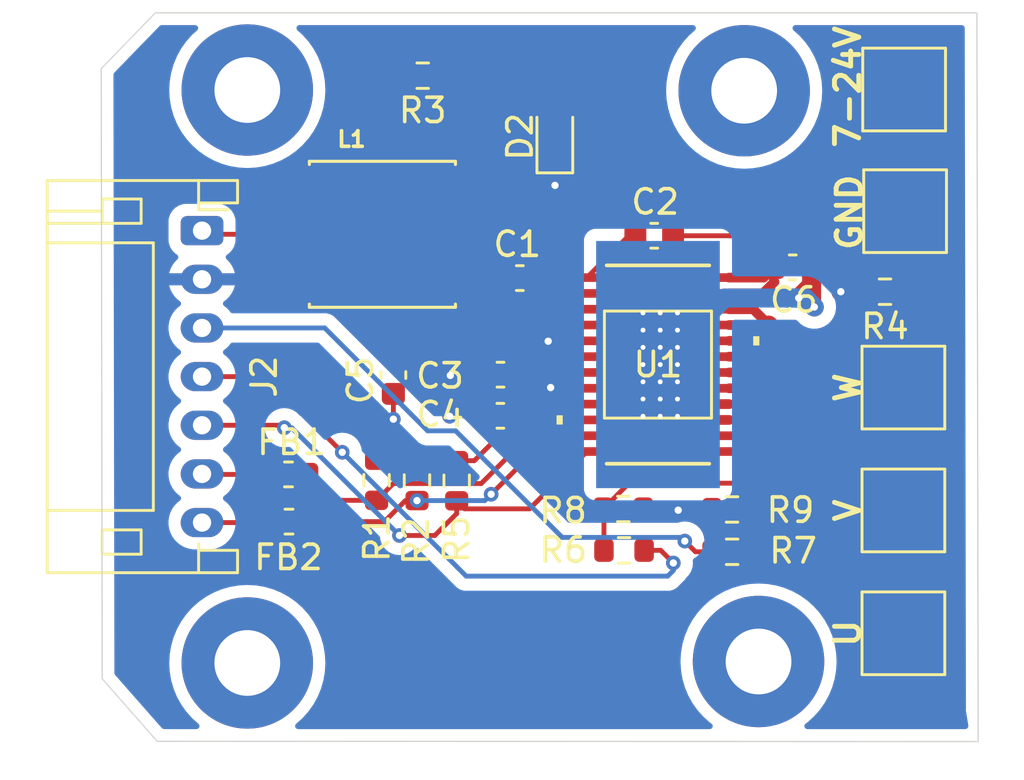
<source format=kicad_pcb>
(kicad_pcb (version 20240108) (generator "pcbnew") (generator_version "8.0")
  (layers (0 "F.Cu" mixed) (31 "B.Cu" mixed) (34 "B.Paste" user) (35 "F.Paste" user) (36 "B.SilkS" user "B.Silkscreen") (37 "F.SilkS" user "F.Silkscreen") (38 "B.Mask" user) (39 "F.Mask" user) (44 "Edge.Cuts" user))
  (net 0 "")
  (net 1 "Net-(U1-CPN)")
  (net 2 "Net-(U1-CPP)")
  (net 3 "Net-(U1-VCP)")
  (net 4 "VDD")
  (net 5 "GND")
  (net 6 "Net-(U1-V1P8)")
  (net 7 "Net-(U1-V3P3)")
  (net 8 "+5V")
  (net 9 "GNDPWR")
  (net 10 "Net-(D2-A)")
  (net 11 "Net-(J2-Pin_7)")
  (net 12 "Net-(U1-SCL)")
  (net 13 "Net-(J2-Pin_6)")
  (net 14 "Net-(U1-SDA)")
  (net 15 "Net-(J2-Pin_4)")
  (net 16 "Net-(J2-Pin_5)")
  (net 17 "Net-(J2-Pin_3)")
  (net 18 "Net-(U1-SW)")
  (net 19 "Net-(U1-SPEED)")
  (net 20 "Net-(U1-DIR)")
  (net 21 "/DRV IC/MOT_W")
  (net 22 "/DRV IC/MOT_V")
  (net 23 "/DRV IC/MOT_U")
  (footprint "Capacitor_SMD:C_0603_1608Metric" (layer "F.Cu") (at 142.685 57.62 180)
    (property "Reference" "C2" (at -0.04 1.39 0) (layer "F.SilkS"))
    (property "Value" "100n" (hide yes))
    (fp_line (start -0.14058 0.51) (end 0.14058 0.51) (stroke (width 0.12)) (layer "F.SilkS"))
    (fp_line (start -0.14058 -0.51) (end 0.14058 -0.51) (stroke (width 0.12)) (layer "F.SilkS"))
    (pad "1" smd roundrect (at -0.775 0 180) (size 0.9 0.95) (layers "F.Cu" "F.Paste" "F.Mask") (net 4 "VDD"))
    (pad "2" smd roundrect (at 0.775 0 180) (size 0.9 0.95) (layers "F.Cu" "F.Paste" "F.Mask") (net 3 "Net-(U1-VCP)"))
  )
  (footprint "MountingHole:MountingHole_2.7mm_Pad" (layer "F.Cu") (at 125.97 51.63)
    (property "Reference" "H3" (hide yes))
    (property "Value" "MountingHole")
    (pad "1" thru_hole circle (at 0 0) (size 5.4 5.4) (drill 2.7) (layers "*.Cu" "*.Mask"))
  )
  (footprint "Capacitor_SMD:C_0603_1608Metric" (layer "F.Cu") (at 148.375 58.92)
    (property "Reference" "C6" (at 0.045 1.34 0) (layer "F.SilkS"))
    (property "Value" "10u" (hide yes))
    (fp_line (start -0.14058 -0.51) (end 0.14058 -0.51) (stroke (width 0.12)) (layer "F.SilkS"))
    (fp_line (start -0.14058 0.51) (end 0.14058 0.51) (stroke (width 0.12)) (layer "F.SilkS"))
    (pad "1" smd roundrect (at -0.775 0) (size 0.9 0.95) (layers "F.Cu" "F.Paste" "F.Mask") (net 4 "VDD"))
    (pad "2" smd roundrect (at 0.775 0) (size 0.9 0.95) (layers "F.Cu" "F.Paste" "F.Mask") (net 9 "GNDPWR"))
  )
  (footprint "Resistor_SMD:R_0603_1608Metric" (layer "F.Cu") (at 141.415 68.85 180)
    (property "Reference" "R8" (at 2.475 -0.07 0) (layer "F.SilkS"))
    (property "Value" "9k1")
    (fp_line (start -0.237258 0.5225) (end 0.237258 0.5225) (stroke (width 0.12)) (layer "F.SilkS"))
    (fp_line (start -0.237258 -0.5225) (end 0.237258 -0.5225) (stroke (width 0.12)) (layer "F.SilkS"))
    (pad "1" smd roundrect (at -0.825 0 180) (size 0.8 0.95) (layers "F.Cu" "F.Paste" "F.Mask") (net 5 "GND"))
    (pad "2" smd roundrect (at 0.825 0 180) (size 0.8 0.95) (layers "F.Cu" "F.Paste" "F.Mask") (net 19 "Net-(U1-SPEED)"))
  )
  (footprint "DRV 10893 - Q1:PWP24_2P4X5P16_TEX" (layer "F.Cu") (at 142.839 62.914937)
    (property "Reference" "U1" (at 0 0 0) (layer "F.SilkS"))
    (property "Value" "DRV10983QPWPRQ1")
    (fp_poly (pts (xy -0.175 -2.58) (xy -0.175 -2.63) (xy -0.475 -2.63) (xy -0.475 -2.58)) (fill solid) (layer "F.Cu"))
    (fp_poly (pts (xy -0.175 2.58) (xy -0.175 2.63) (xy -0.475 2.63) (xy -0.475 2.58)) (fill solid) (layer "F.Cu"))
    (fp_poly (pts (xy 0.175 -2.58) (xy 0.175 -2.63) (xy 0.475 -2.63) (xy 0.475 -2.58)) (fill solid) (layer "F.Cu"))
    (fp_poly (pts (xy 0.175 2.58) (xy 0.175 2.63) (xy 0.475 2.63) (xy 0.475 2.58)) (fill solid) (layer "F.Cu"))
    (fp_line (start -2.107945 4.0767) (end 2.107945 4.0767) (stroke (width 0.1524)) (layer "F.SilkS"))
    (fp_line (start 2.107945 -4.0767) (end -2.107945 -4.0767) (stroke (width 0.1524)) (layer "F.SilkS"))
    (fp_poly (pts (xy -4.1656 2.08454) (xy -4.1656 2.46554) (xy -3.9116 2.46554) (xy -3.9116 2.08454)) (fill solid) (layer "F.SilkS"))
    (fp_poly (pts (xy 4.1656 -1.165517) (xy 4.1656 -0.784517) (xy 3.9116 -0.784517) (xy 3.9116 -1.165517)) (fill solid) (layer "F.SilkS"))
    (pad "1" smd rect (at -2.921 -3.575063) (size 1.4732 0.3556) (layers "F.Cu" "F.Paste" "F.Mask") (net 3 "Net-(U1-VCP)"))
    (pad "2" smd rect (at -2.921 -2.925051) (size 1.4732 0.3556) (layers "F.Cu" "F.Paste" "F.Mask") (net 2 "Net-(U1-CPP)"))
    (pad "3" smd rect (at -2.921 -2.27504) (size 1.4732 0.3556) (layers "F.Cu" "F.Paste" "F.Mask") (net 1 "Net-(U1-CPN)"))
    (pad "4" smd rect (at -2.921 -1.625028) (size 1.4732 0.3556) (layers "F.Cu" "F.Paste" "F.Mask") (net 18 "Net-(U1-SW)"))
    (pad "5" smd rect (at -2.921 -0.975017) (size 1.4732 0.3556) (layers "F.Cu" "F.Paste" "F.Mask") (net 5 "GND"))
    (pad "6" smd rect (at -2.921 -0.325006) (size 1.4732 0.3556) (layers "F.Cu" "F.Paste" "F.Mask") (net 8 "+5V"))
    (pad "7" smd rect (at -2.921 0.325006) (size 1.4732 0.3556) (layers "F.Cu" "F.Paste" "F.Mask") (net 6 "Net-(U1-V1P8)"))
    (pad "8" smd rect (at -2.921 0.975017) (size 1.4732 0.3556) (layers "F.Cu" "F.Paste" "F.Mask") (net 5 "GND"))
    (pad "9" smd rect (at -2.921 1.625028) (size 1.4732 0.3556) (layers "F.Cu" "F.Paste" "F.Mask") (net 7 "Net-(U1-V3P3)"))
    (pad "10" smd rect (at -2.921 2.27504) (size 1.4732 0.3556) (layers "F.Cu" "F.Paste" "F.Mask") (net 12 "Net-(U1-SCL)"))
    (pad "11" smd rect (at -2.921 2.925051) (size 1.4732 0.3556) (layers "F.Cu" "F.Paste" "F.Mask") (net 14 "Net-(U1-SDA)"))
    (pad "12" smd rect (at -2.921 3.575063) (size 1.4732 0.3556) (layers "F.Cu" "F.Paste" "F.Mask") (net 16 "Net-(J2-Pin_5)"))
    (pad "13" smd rect (at 2.921 3.575063) (size 1.4732 0.3556) (layers "F.Cu" "F.Paste" "F.Mask") (net 19 "Net-(U1-SPEED)"))
    (pad "14" smd rect (at 2.921 2.925051) (size 1.4732 0.3556) (layers "F.Cu" "F.Paste" "F.Mask") (net 20 "Net-(U1-DIR)"))
    (pad "15" smd rect (at 2.921 2.27504) (size 1.4732 0.3556) (layers "F.Cu" "F.Paste" "F.Mask") (net 9 "GNDPWR"))
    (pad "16" smd rect (at 2.921 1.625028) (size 1.4732 0.3556) (layers "F.Cu" "F.Paste" "F.Mask") (net 9 "GNDPWR"))
    (pad "17" smd rect (at 2.921 0.975017) (size 1.4732 0.3556) (layers "F.Cu" "F.Paste" "F.Mask") (net 23 "/DRV IC/MOT_U"))
    (pad "18" smd rect (at 2.921 0.325006) (size 1.4732 0.3556) (layers "F.Cu" "F.Paste" "F.Mask") (net 23 "/DRV IC/MOT_U"))
    (pad "19" smd rect (at 2.921 -0.325006) (size 1.4732 0.3556) (layers "F.Cu" "F.Paste" "F.Mask") (net 22 "/DRV IC/MOT_V"))
    (pad "20" smd rect (at 2.921 -0.975017) (size 1.4732 0.3556) (layers "F.Cu" "F.Paste" "F.Mask") (net 22 "/DRV IC/MOT_V"))
    (pad "21" smd rect (at 2.921 -1.625028) (size 1.4732 0.3556) (layers "F.Cu" "F.Paste" "F.Mask") (net 21 "/DRV IC/MOT_W"))
    (pad "22" smd rect (at 2.921 -2.27504) (size 1.4732 0.3556) (layers "F.Cu" "F.Paste" "F.Mask") (net 21 "/DRV IC/MOT_W"))
    (pad "23" smd rect (at 2.921 -2.925051) (size 1.4732 0.3556) (layers "F.Cu" "F.Paste" "F.Mask") (net 4 "VDD"))
    (pad "24" smd rect (at 2.921 -3.575063) (size 1.4732 0.3556) (layers "F.Cu" "F.Paste" "F.Mask") (net 4 "VDD"))
    (pad "25" smd rect (at 0 0) (size 2.4 5.16) (layers "F.Cu" "F.Paste" "F.Mask") (net 9 "GNDPWR"))
  )
  (footprint "Connector_JST:JST_PH_S7B-PH-K_1x07_P2.00mm_Horizontal" (layer "F.Cu") (at 124.11 57.41 -90)
    (property "Reference" "J2" (at 6 -2.55 90) (layer "F.SilkS"))
    (property "Value" "Conn_01x07")
    (fp_line (start -2.06 6.36) (end 14.06 6.36) (stroke (width 0.12)) (layer "F.SilkS"))
    (fp_line (start 0.5 6.36) (end 0.5 2) (stroke (width 0.12)) (layer "F.SilkS"))
    (fp_line (start 14.06 6.36) (end 14.06 -1.46) (stroke (width 0.12)) (layer "F.SilkS"))
    (fp_line (start -1.3 4.1) (end -0.3 4.1) (stroke (width 0.12)) (layer "F.SilkS"))
    (fp_line (start -0.8 4.1) (end -0.8 6.36) (stroke (width 0.12)) (layer "F.SilkS"))
    (fp_line (start -0.3 4.1) (end -0.3 6.36) (stroke (width 0.12)) (layer "F.SilkS"))
    (fp_line (start -0.3 4.1) (end -0.3 2.5) (stroke (width 0.12)) (layer "F.SilkS"))
    (fp_line (start 12.3 4.1) (end 12.3 2.5) (stroke (width 0.12)) (layer "F.SilkS"))
    (fp_line (start 13.3 4.1) (end 12.3 4.1) (stroke (width 0.12)) (layer "F.SilkS"))
    (fp_line (start -1.3 2.5) (end -1.3 4.1) (stroke (width 0.12)) (layer "F.SilkS"))
    (fp_line (start -0.3 2.5) (end -1.3 2.5) (stroke (width 0.12)) (layer "F.SilkS"))
    (fp_line (start 12.3 2.5) (end 13.3 2.5) (stroke (width 0.12)) (layer "F.SilkS"))
    (fp_line (start 13.3 2.5) (end 13.3 4.1) (stroke (width 0.12)) (layer "F.SilkS"))
    (fp_line (start 0.5 2) (end 11.5 2) (stroke (width 0.12)) (layer "F.SilkS"))
    (fp_line (start 11.5 2) (end 11.5 6.36) (stroke (width 0.12)) (layer "F.SilkS"))
    (fp_line (start -2.06 0.14) (end -1.14 0.14) (stroke (width 0.12)) (layer "F.SilkS"))
    (fp_line (start -1.14 0.14) (end -1.14 -1.46) (stroke (width 0.12)) (layer "F.SilkS"))
    (fp_line (start -0.86 0.14) (end -1.14 0.14) (stroke (width 0.12)) (layer "F.SilkS"))
    (fp_line (start -0.86 0.14) (end -0.86 -1.075) (stroke (width 0.12)) (layer "F.SilkS"))
    (fp_line (start 13.14 0.14) (end 12.86 0.14) (stroke (width 0.12)) (layer "F.SilkS"))
    (fp_line (start 14.06 0.14) (end 13.14 0.14) (stroke (width 0.12)) (layer "F.SilkS"))
    (fp_line (start -2.06 -1.46) (end -2.06 6.36) (stroke (width 0.12)) (layer "F.SilkS"))
    (fp_line (start -1.14 -1.46) (end -2.06 -1.46) (stroke (width 0.12)) (layer "F.SilkS"))
    (fp_line (start 13.14 -1.46) (end 13.14 0.14) (stroke (width 0.12)) (layer "F.SilkS"))
    (fp_line (start 14.06 -1.46) (end 13.14 -1.46) (stroke (width 0.12)) (layer "F.SilkS"))
    (pad "1" thru_hole roundrect (at 0 0 270) (size 1.2 1.75) (drill 0.75) (layers "*.Cu" "*.Mask") (roundrect_rratio 0.208333) (net 8 "+5V"))
    (pad "2" thru_hole oval (at 2 0 270) (size 1.2 1.75) (drill 0.75) (layers "*.Cu" "*.Mask") (net 5 "GND"))
    (pad "3" thru_hole oval (at 4 0 270) (size 1.2 1.75) (drill 0.75) (layers "*.Cu" "*.Mask") (net 17 "Net-(J2-Pin_3)"))
    (pad "4" thru_hole oval (at 6 0 270) (size 1.2 1.75) (drill 0.75) (layers "*.Cu" "*.Mask") (net 15 "Net-(J2-Pin_4)"))
    (pad "5" thru_hole oval (at 8 0 270) (size 1.2 1.75) (drill 0.75) (layers "*.Cu" "*.Mask") (net 16 "Net-(J2-Pin_5)"))
    (pad "6" thru_hole oval (at 10 0 270) (size 1.2 1.75) (drill 0.75) (layers "*.Cu" "*.Mask") (net 13 "Net-(J2-Pin_6)"))
    (pad "7" thru_hole oval (at 12 0 270) (size 1.2 1.75) (drill 0.75) (layers "*.Cu" "*.Mask") (net 11 "Net-(J2-Pin_7)"))
  )
  (footprint "Resistor_SMD:R_0603_1608Metric" (layer "F.Cu") (at 141.445 70.55 180)
    (property "Reference" "R6" (at 2.495 0.01 0) (layer "F.SilkS"))
    (property "Value" "4k7" (hide yes))
    (fp_line (start -0.237258 0.5225) (end 0.237258 0.5225) (stroke (width 0.12)) (layer "F.SilkS"))
    (fp_line (start -0.237258 -0.5225) (end 0.237258 -0.5225) (stroke (width 0.12)) (layer "F.SilkS"))
    (pad "1" smd roundrect (at -0.825 0 180) (size 0.8 0.95) (layers "F.Cu" "F.Paste" "F.Mask") (net 15 "Net-(J2-Pin_4)"))
    (pad "2" smd roundrect (at 0.825 0 180) (size 0.8 0.95) (layers "F.Cu" "F.Paste" "F.Mask") (net 19 "Net-(U1-SPEED)"))
  )
  (footprint "TestPoint:TestPoint_Pad_3.0x3.0mm" (layer "F.Cu") (at 152.92 63.86 90)
    (property "Reference" "TP1" (hide yes))
    (property "Value" "TestPoint")
    (fp_line (start 1.7 -1.7) (end 1.7 1.7) (stroke (width 0.12)) (layer "F.SilkS"))
    (fp_line (start -1.7 -1.7) (end 1.7 -1.7) (stroke (width 0.12)) (layer "F.SilkS"))
    (fp_line (start 1.7 1.7) (end -1.7 1.7) (stroke (width 0.12)) (layer "F.SilkS"))
    (fp_line (start -1.7 1.7) (end -1.7 -1.7) (stroke (width 0.12)) (layer "F.SilkS"))
    (pad "1" smd rect (at 0 0 90) (size 3 3) (layers "F.Cu" "F.Mask") (net 21 "/DRV IC/MOT_W"))
  )
  (footprint "Resistor_SMD:R_0603_1608Metric" (layer "F.Cu") (at 133.175 51.04 180)
    (property "Reference" "R3" (at 0 -1.43 0) (layer "F.SilkS"))
    (property "Value" "150")
    (fp_line (start -0.237258 0.5225) (end 0.237258 0.5225) (stroke (width 0.12)) (layer "F.SilkS"))
    (fp_line (start -0.237258 -0.5225) (end 0.237258 -0.5225) (stroke (width 0.12)) (layer "F.SilkS"))
    (pad "1" smd roundrect (at -0.825 0 180) (size 0.8 0.95) (layers "F.Cu" "F.Paste" "F.Mask") (net 10 "Net-(D2-A)"))
    (pad "2" smd roundrect (at 0.825 0 180) (size 0.8 0.95) (layers "F.Cu" "F.Paste" "F.Mask") (net 8 "+5V"))
  )
  (footprint "Resistor_SMD:R_0603_1608Metric" (layer "F.Cu") (at 145.885 70.61)
    (property "Reference" "R7" (at 2.505 -0.04 0) (layer "F.SilkS"))
    (property "Value" "4k7")
    (fp_line (start -0.237258 -0.5225) (end 0.237258 -0.5225) (stroke (width 0.12)) (layer "F.SilkS"))
    (fp_line (start -0.237258 0.5225) (end 0.237258 0.5225) (stroke (width 0.12)) (layer "F.SilkS"))
    (pad "1" smd roundrect (at -0.825 0) (size 0.8 0.95) (layers "F.Cu" "F.Paste" "F.Mask") (net 17 "Net-(J2-Pin_3)"))
    (pad "2" smd roundrect (at 0.825 0) (size 0.8 0.95) (layers "F.Cu" "F.Paste" "F.Mask") (net 20 "Net-(U1-DIR)"))
  )
  (footprint "Resistor_SMD:R_0603_1608Metric" (layer "F.Cu") (at 145.88 68.87)
    (property "Reference" "R9" (at 2.4 0.03 0) (layer "F.SilkS"))
    (property "Value" "9k1")
    (fp_line (start -0.237258 -0.5225) (end 0.237258 -0.5225) (stroke (width 0.12)) (layer "F.SilkS"))
    (fp_line (start -0.237258 0.5225) (end 0.237258 0.5225) (stroke (width 0.12)) (layer "F.SilkS"))
    (pad "1" smd roundrect (at -0.825 0) (size 0.8 0.95) (layers "F.Cu" "F.Paste" "F.Mask") (net 5 "GND"))
    (pad "2" smd roundrect (at 0.825 0) (size 0.8 0.95) (layers "F.Cu" "F.Paste" "F.Mask") (net 20 "Net-(U1-DIR)"))
  )
  (footprint "Inductor_SMD:L_0603_1608Metric" (layer "F.Cu") (at 127.6625 67.43)
    (property "Reference" "FB1" (at 0.12 -1.32 0) (layer "F.SilkS"))
    (property "Value" "0.8 - 2k2" (hide yes))
    (fp_line (start -0.162779 -0.51) (end 0.162779 -0.51) (stroke (width 0.12)) (layer "F.SilkS"))
    (fp_line (start -0.162779 0.51) (end 0.162779 0.51) (stroke (width 0.12)) (layer "F.SilkS"))
    (pad "1" smd roundrect (at -0.7875 0) (size 0.875 0.95) (layers "F.Cu" "F.Paste" "F.Mask") (net 13 "Net-(J2-Pin_6)"))
    (pad "2" smd roundrect (at 0.7875 0) (size 0.875 0.95) (layers "F.Cu" "F.Paste" "F.Mask") (net 12 "Net-(U1-SCL)"))
  )
  (footprint "Capacitor_SMD:C_0603_1608Metric" (layer "F.Cu") (at 131.97 63.345 90)
    (property "Reference" "C5" (at -0.22 -1.355 90) (layer "F.SilkS"))
    (property "Value" "100n")
    (fp_line (start -0.14058 -0.51) (end 0.14058 -0.51) (stroke (width 0.12)) (layer "F.SilkS"))
    (fp_line (start -0.14058 0.51) (end 0.14058 0.51) (stroke (width 0.12)) (layer "F.SilkS"))
    (pad "1" smd roundrect (at -0.775 0 90) (size 0.9 0.95) (layers "F.Cu" "F.Paste" "F.Mask") (net 5 "GND"))
    (pad "2" smd roundrect (at 0.775 0 90) (size 0.9 0.95) (layers "F.Cu" "F.Paste" "F.Mask") (net 8 "+5V"))
  )
  (footprint "Resistor_SMD:R_0603_1608Metric" (layer "F.Cu") (at 134.57 67.69 -90)
    (property "Reference" "R5" (at 2.41 0 90) (layer "F.SilkS"))
    (property "Value" "4.75k")
    (fp_line (start -0.237258 0.5225) (end 0.237258 0.5225) (stroke (width 0.12)) (layer "F.SilkS"))
    (fp_line (start -0.237258 -0.5225) (end 0.237258 -0.5225) (stroke (width 0.12)) (layer "F.SilkS"))
    (pad "1" smd roundrect (at -0.825 0 270) (size 0.8 0.95) (layers "F.Cu" "F.Paste" "F.Mask") (net 7 "Net-(U1-V3P3)"))
    (pad "2" smd roundrect (at 0.825 0 270) (size 0.8 0.95) (layers "F.Cu" "F.Paste" "F.Mask") (net 16 "Net-(J2-Pin_5)"))
  )
  (footprint "Resistor_SMD:R_0603_1608Metric" (layer "F.Cu") (at 132.94 67.68 -90)
    (property "Reference" "R2" (at 2.49 0.035 90) (layer "F.SilkS"))
    (property "Value" "4.75k")
    (fp_line (start -0.237258 0.5225) (end 0.237258 0.5225) (stroke (width 0.12)) (layer "F.SilkS"))
    (fp_line (start -0.237258 -0.5225) (end 0.237258 -0.5225) (stroke (width 0.12)) (layer "F.SilkS"))
    (pad "1" smd roundrect (at -0.825 0 270) (size 0.8 0.95) (layers "F.Cu" "F.Paste" "F.Mask") (net 7 "Net-(U1-V3P3)"))
    (pad "2" smd roundrect (at 0.825 0 270) (size 0.8 0.95) (layers "F.Cu" "F.Paste" "F.Mask") (net 14 "Net-(U1-SDA)"))
  )
  (footprint "Capacitor_SMD:C_0603_1608Metric" (layer "F.Cu") (at 137.165 59.36 180)
    (property "Reference" "C1" (at 0.105 1.39 0) (layer "F.SilkS"))
    (property "Value" "10n")
    (fp_line (start -0.14058 0.51) (end 0.14058 0.51) (stroke (width 0.12)) (layer "F.SilkS"))
    (fp_line (start -0.14058 -0.51) (end 0.14058 -0.51) (stroke (width 0.12)) (layer "F.SilkS"))
    (pad "1" smd roundrect (at -0.775 0 180) (size 0.9 0.95) (layers "F.Cu" "F.Paste" "F.Mask") (net 2 "Net-(U1-CPP)"))
    (pad "2" smd roundrect (at 0.775 0 180) (size 0.9 0.95) (layers "F.Cu" "F.Paste" "F.Mask") (net 1 "Net-(U1-CPN)"))
  )
  (footprint "Capacitor_SMD:C_0603_1608Metric" (layer "F.Cu") (at 136.37 63.33)
    (property "Reference" "C3" (at -2.485 0.05 0) (layer "F.SilkS"))
    (property "Value" "1u")
    (fp_line (start -0.14058 -0.51) (end 0.14058 -0.51) (stroke (width 0.12)) (layer "F.SilkS"))
    (fp_line (start -0.14058 0.51) (end 0.14058 0.51) (stroke (width 0.12)) (layer "F.SilkS"))
    (pad "1" smd roundrect (at -0.775 0) (size 0.9 0.95) (layers "F.Cu" "F.Paste" "F.Mask") (net 5 "GND"))
    (pad "2" smd roundrect (at 0.775 0) (size 0.9 0.95) (layers "F.Cu" "F.Paste" "F.Mask") (net 6 "Net-(U1-V1P8)"))
  )
  (footprint "Resistor_SMD:R_0603_1608Metric" (layer "F.Cu") (at 152.165 59.92 180)
    (property "Reference" "R4" (at 0 -1.43 0) (layer "F.SilkS"))
    (property "Value" "0" (hide yes))
    (fp_line (start -0.237258 0.5225) (end 0.237258 0.5225) (stroke (width 0.12)) (layer "F.SilkS"))
    (fp_line (start -0.237258 -0.5225) (end 0.237258 -0.5225) (stroke (width 0.12)) (layer "F.SilkS"))
    (pad "1" smd roundrect (at -0.825 0 180) (size 0.8 0.95) (layers "F.Cu" "F.Paste" "F.Mask") (net 9 "GNDPWR"))
    (pad "2" smd roundrect (at 0.825 0 180) (size 0.8 0.95) (layers "F.Cu" "F.Paste" "F.Mask") (net 5 "GND"))
  )
  (footprint "TestPoint:TestPoint_Pad_4.0x4.0mm" (layer "F.Cu") (at 142.839 62.914937)
    (property "Reference" "HS1" (hide yes))
    (property "Value" "Heatsink_Pad")
    (fp_line (start -2.2 -2.2) (end 2.2 -2.2) (stroke (width 0.12)) (layer "F.SilkS"))
    (fp_line (start -2.2 2.2) (end -2.2 -2.2) (stroke (width 0.12)) (layer "F.SilkS"))
    (fp_line (start 2.2 -2.2) (end 2.2 2.2) (stroke (width 0.12)) (layer "F.SilkS"))
    (fp_line (start 2.2 2.2) (end -2.2 2.2) (stroke (width 0.12)) (layer "F.SilkS"))
    (pad "1" smd rect (at 0 0) (size 5.08 10.16) (layers "B.Cu" "B.Mask") (net 9 "GNDPWR"))
  )
  (footprint "TestPoint:TestPoint_Pad_3.0x3.0mm" (layer "F.Cu") (at 152.99 56.61 90)
    (property "Reference" "TP5" (hide yes))
    (property "Value" "GND")
    (fp_line (start 1.7 -1.7) (end 1.7 1.7) (stroke (width 0.12)) (layer "F.SilkS"))
    (fp_line (start -1.7 -1.7) (end 1.7 -1.7) (stroke (width 0.12)) (layer "F.SilkS"))
    (fp_line (start 1.7 1.7) (end -1.7 1.7) (stroke (width 0.12)) (layer "F.SilkS"))
    (fp_line (start -1.7 1.7) (end -1.7 -1.7) (stroke (width 0.12)) (layer "F.SilkS"))
    (pad "1" smd rect (at 0 0 90) (size 3 3) (layers "F.Cu" "F.Mask") (net 9 "GNDPWR"))
  )
  (footprint "TestPoint:TestPoint_Pad_3.0x3.0mm" (layer "F.Cu") (at 152.95 51.61 90)
    (property "Reference" "TP4" (hide yes))
    (property "Value" "V+")
    (fp_line (start 1.7 -1.7) (end 1.7 1.7) (stroke (width 0.12)) (layer "F.SilkS"))
    (fp_line (start -1.7 -1.7) (end 1.7 -1.7) (stroke (width 0.12)) (layer "F.SilkS"))
    (fp_line (start 1.7 1.7) (end -1.7 1.7) (stroke (width 0.12)) (layer "F.SilkS"))
    (fp_line (start -1.7 1.7) (end -1.7 -1.7) (stroke (width 0.12)) (layer "F.SilkS"))
    (pad "1" smd rect (at 0 0 90) (size 3 3) (layers "F.Cu" "F.Mask") (net 4 "VDD"))
  )
  (footprint "VLS6045EX-470M:IND_VLS6045EX-470M" (layer "F.Cu") (at 131.52 57.56)
    (property "Reference" "L1" (at -1.268 -3.9064 0) (layer "F.SilkS") (effects (font (size 0.64 0.64))))
    (property "Value" "47u")
    (fp_line (start -3 -3) (end -3 -2.87) (stroke (width 0.127)) (layer "F.SilkS"))
    (fp_line (start -3 -3) (end 3 -3) (stroke (width 0.127)) (layer "F.SilkS"))
    (fp_line (start -3 3) (end -3 2.87) (stroke (width 0.127)) (layer "F.SilkS"))
    (fp_line (start -3 3) (end 3 3) (stroke (width 0.127)) (layer "F.SilkS"))
    (fp_line (start 3 -3) (end 3 -2.87) (stroke (width 0.127)) (layer "F.SilkS"))
    (fp_line (start 3 3) (end 3 2.87) (stroke (width 0.127)) (layer "F.SilkS"))
    (pad "1" smd rect (at -2.1 0) (size 1.9 5.1) (layers "F.Cu" "F.Paste" "F.Mask") (net 8 "+5V"))
    (pad "2" smd rect (at 2.1 0) (size 1.9 5.1) (layers "F.Cu" "F.Paste" "F.Mask") (net 18 "Net-(U1-SW)"))
  )
  (footprint "MountingHole:MountingHole_2.7mm_Pad" (layer "F.Cu") (at 146.97 75.12)
    (property "Reference" "H1" (hide yes))
    (property "Value" "MountingHole")
    (pad "1" thru_hole circle (at 0 0) (size 5.4 5.4) (drill 2.7) (layers "*.Cu" "*.Mask"))
  )
  (footprint "MountingHole:MountingHole_2.7mm_Pad" (layer "F.Cu") (at 125.97 75.18)
    (property "Reference" "H4" (hide yes))
    (property "Value" "MountingHole")
    (pad "1" thru_hole circle (at 0 0) (size 5.4 5.4) (drill 2.7) (layers "*.Cu" "*.Mask"))
  )
  (footprint "MountingHole:MountingHole_2.7mm_Pad" (layer "F.Cu") (at 146.38 51.66)
    (property "Reference" "H2" (hide yes))
    (property "Value" "MountingHole")
    (pad "1" thru_hole circle (at 0 0) (size 5.4 5.4) (drill 2.7) (layers "*.Cu" "*.Mask"))
  )
  (footprint "TestPoint:TestPoint_Pad_3.0x3.0mm" (layer "F.Cu") (at 152.92 68.91 90)
    (property "Reference" "TP2" (hide yes))
    (property "Value" "TestPoint")
    (fp_line (start 1.7 -1.7) (end 1.7 1.7) (stroke (width 0.12)) (layer "F.SilkS"))
    (fp_line (start -1.7 -1.7) (end 1.7 -1.7) (stroke (width 0.12)) (layer "F.SilkS"))
    (fp_line (start 1.7 1.7) (end -1.7 1.7) (stroke (width 0.12)) (layer "F.SilkS"))
    (fp_line (start -1.7 1.7) (end -1.7 -1.7) (stroke (width 0.12)) (layer "F.SilkS"))
    (pad "1" smd rect (at 0 0 90) (size 3 3) (layers "F.Cu" "F.Mask") (net 22 "/DRV IC/MOT_V"))
  )
  (footprint "Resistor_SMD:R_0603_1608Metric" (layer "F.Cu") (at 131.28 67.67 -90)
    (property "Reference" "R1" (at 2.38 -0.015 90) (layer "F.SilkS"))
    (property "Value" "4.75k")
    (fp_line (start -0.237258 0.5225) (end 0.237258 0.5225) (stroke (width 0.12)) (layer "F.SilkS"))
    (fp_line (start -0.237258 -0.5225) (end 0.237258 -0.5225) (stroke (width 0.12)) (layer "F.SilkS"))
    (pad "1" smd roundrect (at -0.825 0 270) (size 0.8 0.95) (layers "F.Cu" "F.Paste" "F.Mask") (net 7 "Net-(U1-V3P3)"))
    (pad "2" smd roundrect (at 0.825 0 270) (size 0.8 0.95) (layers "F.Cu" "F.Paste" "F.Mask") (net 12 "Net-(U1-SCL)"))
  )
  (footprint "LED_SMD:LED_0603_1608Metric" (layer "F.Cu") (at 138.6025 53.55 90)
    (property "Reference" "D2" (at 0 -1.43 90) (layer "F.SilkS"))
    (property "Value" "LED")
    (fp_line (start 0.8 -0.735) (end -1.485 -0.735) (stroke (width 0.12)) (layer "F.SilkS"))
    (fp_line (start -1.485 -0.735) (end -1.485 0.735) (stroke (width 0.12)) (layer "F.SilkS"))
    (fp_line (start -1.485 0.735) (end 0.8 0.735) (stroke (width 0.12)) (layer "F.SilkS"))
    (pad "1" smd roundrect (at -0.7875 0 90) (size 0.875 0.95) (layers "F.Cu" "F.Paste" "F.Mask") (net 5 "GND"))
    (pad "2" smd roundrect (at 0.7875 0 90) (size 0.875 0.95) (layers "F.Cu" "F.Paste" "F.Mask") (net 10 "Net-(D2-A)"))
  )
  (footprint "Capacitor_SMD:C_0603_1608Metric" (layer "F.Cu") (at 136.365 65.02)
    (property "Reference" "C4" (at -2.47 -0.05 0) (layer "F.SilkS"))
    (property "Value" "1u")
    (fp_line (start -0.14058 -0.51) (end 0.14058 -0.51) (stroke (width 0.12)) (layer "F.SilkS"))
    (fp_line (start -0.14058 0.51) (end 0.14058 0.51) (stroke (width 0.12)) (layer "F.SilkS"))
    (pad "1" smd roundrect (at -0.775 0) (size 0.9 0.95) (layers "F.Cu" "F.Paste" "F.Mask") (net 5 "GND"))
    (pad "2" smd roundrect (at 0.775 0) (size 0.9 0.95) (layers "F.Cu" "F.Paste" "F.Mask") (net 7 "Net-(U1-V3P3)"))
  )
  (footprint "Inductor_SMD:L_0603_1608Metric" (layer "F.Cu") (at 127.6825 69.37)
    (property "Reference" "FB2" (at -0.0225 1.47 0) (layer "F.SilkS"))
    (property "Value" "0.8 - 2k2")
    (fp_line (start -0.162779 -0.51) (end 0.162779 -0.51) (stroke (width 0.12)) (layer "F.SilkS"))
    (fp_line (start -0.162779 0.51) (end 0.162779 0.51) (stroke (width 0.12)) (layer "F.SilkS"))
    (pad "1" smd roundrect (at -0.7875 0) (size 0.875 0.95) (layers "F.Cu" "F.Paste" "F.Mask") (net 11 "Net-(J2-Pin_7)"))
    (pad "2" smd roundrect (at 0.7875 0) (size 0.875 0.95) (layers "F.Cu" "F.Paste" "F.Mask") (net 14 "Net-(U1-SDA)"))
  )
  (footprint "TestPoint:TestPoint_Pad_3.0x3.0mm" (layer "F.Cu") (at 152.92 73.96 90)
    (property "Reference" "TP3" (hide yes))
    (property "Value" "TestPoint")
    (fp_line (start 1.7 -1.7) (end 1.7 1.7) (stroke (width 0.12)) (layer "F.SilkS"))
    (fp_line (start -1.7 -1.7) (end 1.7 -1.7) (stroke (width 0.12)) (layer "F.SilkS"))
    (fp_line (start 1.7 1.7) (end -1.7 1.7) (stroke (width 0.12)) (layer "F.SilkS"))
    (fp_line (start -1.7 1.7) (end -1.7 -1.7) (stroke (width 0.12)) (layer "F.SilkS"))
    (pad "1" smd rect (at 0 0 90) (size 3 3) (layers "F.Cu" "F.Mask") (net 23 "/DRV IC/MOT_U"))
  )
  (gr_poly (pts (xy 155.99 77.01) (xy 155.94 48.46) (xy 122.19 48.46) (xy 119.97 50.75) (xy 120.01 75.83) (xy 122.27 78.4) (xy 155.99 78.41) (xy 155.99 77.1)) (stroke (width 0.05)) (fill none) (layer "Edge.Cuts"))
  (gr_text "U" (at 151.22 73.96 90) (layer "F.SilkS") (effects (font (size 1 1) (thickness 0.2) (bold yes)) (justify bottom)))
  (gr_text "GND" (at 151.29 58.31 90) (layer "F.SilkS") (effects (font (size 1 1) (thickness 0.2) (bold yes)) (justify left bottom)))
  (gr_text "V" (at 151.22 68.91 90) (layer "F.SilkS") (effects (font (size 1 1) (thickness 0.2) (bold yes)) (justify bottom)))
  (gr_text "W" (at 151.22 63.86 90) (layer "F.SilkS") (effects (font (size 1 1) (thickness 0.2) (bold yes)) (justify bottom)))
  (gr_text "7-24V" (at 151.22 54.11 90) (layer "F.SilkS") (effects (font (size 1 1) (thickness 0.2) (bold yes)) (justify left bottom)))
  (segment (start 137.669897 60.639897) (end 139.918 60.639897) (width 0.2) (layer "F.Cu") (net 1))
  (segment (start 136.39 59.36) (end 137.669897 60.639897) (width 0.2) (layer "F.Cu") (net 1))
  (segment (start 139.918 59.989886) (end 138.569886 59.989886) (width 0.2) (layer "F.Cu") (net 2))
  (segment (start 138.569886 59.989886) (end 137.94 59.36) (width 0.2) (layer "F.Cu") (net 2))
  (segment (start 141.637874 57.62) (end 139.918 59.339874) (width 0.2) (layer "F.Cu") (net 3))
  (segment (start 147.180126 59.339874) (end 147.6 58.92) (width 0.4) (layer "F.Cu") (net 4))
  (segment (start 147.62 59.52) (end 147.6 59.5) (width 0.4) (layer "F.Cu") (net 4))
  (segment (start 147.150114 59.989886) (end 147.62 59.52) (width 0.4) (layer "F.Cu") (net 4))
  (segment (start 145.76 59.339874) (end 147.180126 59.339874) (width 0.4) (layer "F.Cu") (net 4))
  (segment (start 145.78 57.61) (end 145.77 57.62) (width 0.2) (layer "F.Cu") (net 4))
  (segment (start 145.78 57.61) (end 145.79 57.62) (width 0.2) (layer "F.Cu") (net 4))
  (segment (start 152.95 51.61) (end 147.6 56.96) (width 0.78) (layer "F.Cu") (net 4))
  (segment (start 145.79 57.62) (end 146.37 57.62) (width 0.2) (layer "F.Cu") (net 4))
  (segment (start 147.6 56.96) (end 147.6 58.92) (width 0.78) (layer "F.Cu") (net 4))
  (segment (start 145.76 59.989886) (end 147.150114 59.989886) (width 0.4) (layer "F.Cu") (net 4))
  (segment (start 145.77 57.62) (end 143.46 57.62) (width 0.2) (layer "F.Cu") (net 4))
  (segment (start 147.6 59.5) (end 147.6 58.92) (width 0.4) (layer "F.Cu") (net 4))
  (segment (start 146.37 57.62) (end 147.6 58.85) (width 0.2) (layer "F.Cu") (net 4))
  (segment (start 131.97 64.12) (end 131.97 65.16) (width 0.2) (layer "F.Cu") (net 5))
  (segment (start 134.34 63.33) (end 134.31 63.36) (width 0.2) (layer "F.Cu") (net 5))
  (segment (start 138.459954 63.889954) (end 138.43 63.86) (width 0.2) (layer "F.Cu") (net 5))
  (segment (start 135.595 63.33) (end 134.34 63.33) (width 0.2) (layer "F.Cu") (net 5))
  (segment (start 151.34 59.92) (end 150.35 59.92) (width 0.78) (layer "F.Cu") (net 5))
  (segment (start 139.918 61.93992) (end 138.34508 61.93992) (width 0.2) (layer "F.Cu") (net 5))
  (segment (start 138.34508 61.93992) (end 138.33 61.955) (width 0.2) (layer "F.Cu") (net 5))
  (segment (start 138.6025 54.3375) (end 138.6025 55.5425) (width 0.2) (layer "F.Cu") (net 5))
  (segment (start 142.24 68.85) (end 143.62 68.85) (width 0.2) (layer "F.Cu") (net 5))
  (segment (start 138.6025 55.5425) (end 138.61 55.55) (width 0.2) (layer "F.Cu") (net 5))
  (segment (start 145.055 68.87) (end 143.7 68.87) (width 0.2) (layer "F.Cu") (net 5))
  (segment (start 135.59 65.02) (end 134.3 65.02) (width 0.2) (layer "F.Cu") (net 5))
  (segment (start 143.62 68.85) (end 143.67 68.9) (width 0.2) (layer "F.Cu") (net 5))
  (segment (start 143.7 68.87) (end 143.67 68.9) (width 0.2) (layer "F.Cu") (net 5))
  (segment (start 134.3 65.02) (end 134.28 65.04) (width 0.2) (layer "F.Cu") (net 5))
  (segment (start 139.918 63.889954) (end 138.459954 63.889954) (width 0.2) (layer "F.Cu") (net 5))
  (via (at 138.33 61.955) (size 0.6) (drill 0.3) (layers "F.Cu" "B.Cu") (net 5))
  (via (at 138.61 55.55) (size 0.6) (drill 0.3) (layers "F.Cu" "B.Cu") (net 5))
  (via (at 143.67 68.9) (size 0.6) (drill 0.3) (layers "F.Cu" "B.Cu") (net 5))
  (via (at 150.35 59.92) (size 0.6) (drill 0.3) (layers "F.Cu" "B.Cu") (net 5))
  (via (at 138.43 63.86) (size 0.6) (drill 0.3) (layers "F.Cu" "B.Cu") (net 5))
  (via (at 134.28 65.04) (size 0.6) (drill 0.3) (layers "F.Cu" "B.Cu") (net 5))
  (via (at 134.31 63.36) (size 0.6) (drill 0.3) (layers "F.Cu" "B.Cu") (net 5))
  (via (at 131.97 65.16) (size 0.6) (drill 0.3) (layers "F.Cu" "B.Cu") (net 5))
  (segment (start 139.918 63.239943) (end 137.235057 63.239943) (width 0.2) (layer "F.Cu") (net 6))
  (segment (start 134.56 66.855) (end 134.57 66.865) (width 0.2) (layer "F.Cu") (net 7))
  (segment (start 137.620035 64.539965) (end 137.14 65.02) (width 0.2) (layer "F.Cu") (net 7))
  (segment (start 132.94 66.855) (end 134.56 66.855) (width 0.2) (layer "F.Cu") (net 7))
  (segment (start 132.94 66.855) (end 131.29 66.855) (width 0.2) (layer "F.Cu") (net 7))
  (segment (start 131.29 66.855) (end 131.28 66.845) (width 0.2) (layer "F.Cu") (net 7))
  (segment (start 139.918 64.539965) (end 137.620035 64.539965) (width 0.2) (layer "F.Cu") (net 7))
  (segment (start 137.14 65.02) (end 135.295 66.865) (width 0.2) (layer "F.Cu") (net 7))
  (segment (start 135.295 66.865) (end 134.57 66.865) (width 0.2) (layer "F.Cu") (net 7))
  (segment (start 132.35 51.04) (end 131.64 51.04) (width 0.2) (layer "F.Cu") (net 8))
  (segment (start 131.985 62.555) (end 139.883069 62.555) (width 0.2) (layer "F.Cu") (net 8))
  (segment (start 129.42 57.56) (end 124.26 57.56) (width 0.2) (layer "F.Cu") (net 8))
  (segment (start 124.26 57.56) (end 124.11 57.41) (width 0.2) (layer "F.Cu") (net 8))
  (segment (start 131.64 51.04) (end 129.42 53.26) (width 0.2) (layer "F.Cu") (net 8))
  (segment (start 131.97 62.57) (end 131.985 62.555) (width 0.2) (layer "F.Cu") (net 8))
  (segment (start 129.42 53.26) (end 129.42 57.56) (width 0.2) (layer "F.Cu") (net 8))
  (segment (start 131.97 60.11) (end 131.97 62.57) (width 0.2) (layer "F.Cu") (net 8))
  (segment (start 129.42 57.56) (end 131.97 60.11) (width 0.2) (layer "F.Cu") (net 8))
  (segment (start 139.883069 62.555) (end 139.918 62.589931) (width 0.2) (layer "F.Cu") (net 8))
  (segment (start 149.15 59.65) (end 148.62 60.18) (width 0.78) (layer "F.Cu") (net 9))
  (segment (start 144.464028 64.539965) (end 142.839 62.914937) (width 0.78) (layer "F.Cu") (net 9))
  (segment (start 145.11404 65.189977) (end 142.839 62.914937) (width 0.4) (layer "F.Cu") (net 9))
  (segment (start 149.15 59.65) (end 149.15 60.44) (width 0.78) (layer "F.Cu") (net 9))
  (segment (start 151.46 56.61) (end 149.15 58.92) (width 0.78) (layer "F.Cu") (net 9))
  (segment (start 149.15 60.44) (end 149.26 60.55) (width 0.78) (layer "F.Cu") (net 9))
  (segment (start 145.76 64.539965) (end 144.464028 64.539965) (width 0.4) (layer "F.Cu") (net 9))
  (segment (start 152.99 59.92) (end 152.99 56.61) (width 0.78) (layer "F.Cu") (net 9))
  (segment (start 145.76 65.189977) (end 145.11404 65.189977) (width 0.4) (layer "F.Cu") (net 9))
  (segment (start 152.99 56.61) (end 151.46 56.61) (width 0.78) (layer "F.Cu") (net 9))
  (segment (start 149.15 58.92) (end 149.15 59.65) (width 0.78) (layer "F.Cu") (net 9))
  (via (at 142.224 60.792) (size 0.508) (drill 0.2) (layers "F.Cu" "B.Cu") (net 9))
  (via (at 143.64 62.208) (size 0.508) (drill 0.2) (layers "F.Cu" "B.Cu") (net 9))
  (via (at 143.64 63.624) (size 0.508) (drill 0.2) (layers "F.Cu" "B.Cu") (net 9))
  (via (at 143.64 62.916) (size 0.508) (drill 0.2) (layers "F.Cu" "B.Cu") (net 9))
  (via (at 142.932 61.5) (size 0.508) (drill 0.2) (layers "F.Cu" "B.Cu") (net 9))
  (via (at 142.224 64.332) (size 0.508) (drill 0.2) (layers "F.Cu" "B.Cu") (net 9))
  (via (at 142.224 62.208) (size 0.508) (drill 0.2) (layers "F.Cu" "B.Cu") (net 9))
  (via (at 143.64 65.04) (size 0.508) (drill 0.2) (layers "F.Cu" "B.Cu") (net 9))
  (via (at 142.932 62.916) (size 0.508) (drill 0.2) (layers "F.Cu" "B.Cu") (net 9))
  (via (at 142.224 61.5) (size 0.508) (drill 0.2) (layers "F.Cu" "B.Cu") (net 9))
  (via (at 142.932 60.792) (size 0.508) (drill 0.2) (layers "F.Cu" "B.Cu") (net 9))
  (via (at 142.932 62.208) (size 0.508) (drill 0.2) (layers "F.Cu" "B.Cu") (net 9))
  (via (at 142.932 65.04) (size 0.508) (drill 0.2) (layers "F.Cu" "B.Cu") (net 9))
  (via (at 143.64 64.332) (size 0.508) (drill 0.2) (layers "F.Cu" "B.Cu") (net 9))
  (via (at 142.224 65.04) (size 0.508) (drill 0.2) (layers "F.Cu" "B.Cu") (net 9))
  (via (at 143.64 60.792) (size 0.508) (drill 0.2) (layers "F.Cu" "B.Cu") (net 9))
  (via (at 142.932 63.624) (size 0.508) (drill 0.2) (layers "F.Cu" "B.Cu") (net 9))
  (via (at 142.932 64.332) (size 0.508) (drill 0.2) (layers "F.Cu" "B.Cu") (net 9))
  (via (at 148.62 60.18) (size 0.6) (drill 0.3) (layers "F.Cu" "B.Cu") (net 9))
  (via (at 142.224 63.624) (size 0.508) (drill 0.2) (layers "F.Cu" "B.Cu") (net 9))
  (via (at 143.64 61.5) (size 0.508) (drill 0.2) (layers "F.Cu" "B.Cu") (net 9))
  (via (at 142.224 62.916) (size 0.508) (drill 0.2) (layers "F.Cu" "B.Cu") (net 9))
  (via (at 149.26 60.55) (size 0.6) (drill 0.3) (layers "F.Cu" "B.Cu") (net 9))
  (segment (start 148.62 60.18) (end 148.13 60.18) (width 0.78) (layer "B.Cu") (net 9))
  (segment (start 145.573937 60.18) (end 142.839 62.914937) (width 0.78) (layer "B.Cu") (net 9))
  (segment (start 148.89 60.18) (end 148.13 60.18) (width 0.78) (layer "B.Cu") (net 9))
  (segment (start 148.13 60.18) (end 145.573937 60.18) (width 0.78) (layer "B.Cu") (net 9))
  (segment (start 149.26 60.55) (end 148.89 60.18) (width 0.78) (layer "B.Cu") (net 9))
  (segment (start 136.88 51.04) (end 138.6025 52.7625) (width 0.2) (layer "F.Cu") (net 10))
  (segment (start 134 51.04) (end 136.88 51.04) (width 0.2) (layer "F.Cu") (net 10))
  (segment (start 124.11 69.41) (end 126.855 69.41) (width 0.2) (layer "F.Cu") (net 11))
  (segment (start 126.855 69.41) (end 126.895 69.37) (width 0.2) (layer "F.Cu") (net 11))
  (segment (start 131.97 67.805) (end 131.28 68.495) (width 0.2) (layer "F.Cu") (net 12))
  (segment (start 135.578696 67.805) (end 131.97 67.805) (width 0.2) (layer "F.Cu") (net 12))
  (segment (start 129.515 68.495) (end 128.45 67.43) (width 0.2) (layer "F.Cu") (net 12))
  (segment (start 131.28 68.495) (end 129.515 68.495) (width 0.2) (layer "F.Cu") (net 12))
  (segment (start 139.918 65.189977) (end 138.193719 65.189977) (width 0.2) (layer "F.Cu") (net 12))
  (segment (start 138.193719 65.189977) (end 135.578696 67.805) (width 0.2) (layer "F.Cu") (net 12))
  (segment (start 124.11 67.41) (end 124.13 67.43) (width 0.2) (layer "F.Cu") (net 13))
  (segment (start 124.13 67.43) (end 126.875 67.43) (width 0.2) (layer "F.Cu") (net 13))
  (segment (start 132.465 68.505) (end 132.94 68.505) (width 0.2) (layer "F.Cu") (net 14))
  (segment (start 138.391631 65.839988) (end 135.986617 68.245002) (width 0.2) (layer "F.Cu") (net 14))
  (segment (start 131.6 69.37) (end 132.465 68.505) (width 0.2) (layer "F.Cu") (net 14))
  (segment (start 139.918 65.839988) (end 138.391631 65.839988) (width 0.2) (layer "F.Cu") (net 14))
  (segment (start 128.47 69.37) (end 131.6 69.37) (width 0.2) (layer "F.Cu") (net 14))
  (via (at 135.986617 68.245002) (size 0.6) (drill 0.3) (layers "F.Cu" "B.Cu") (net 14))
  (via (at 132.94 68.505) (size 0.6) (drill 0.3) (layers "F.Cu" "B.Cu") (net 14))
  (segment (start 135.986617 68.245002) (end 135.726619 68.505) (width 0.2) (layer "B.Cu") (net 14))
  (segment (start 135.726619 68.505) (end 132.94 68.505) (width 0.2) (layer "B.Cu") (net 14))
  (segment (start 124.11 63.41) (end 126.76 63.41) (width 0.2) (layer "F.Cu") (net 15))
  (segment (start 142.27 70.55) (end 142.95 70.55) (width 0.2) (layer "F.Cu") (net 15))
  (segment (start 142.95 70.55) (end 143.47 71.07) (width 0.2) (layer "F.Cu") (net 15))
  (segment (start 126.76 63.41) (end 129.87 66.52) (width 0.2) (layer "F.Cu") (net 15))
  (via (at 129.87 66.52) (size 0.6) (drill 0.3) (layers "F.Cu" "B.Cu") (net 15))
  (via (at 143.47 71.07) (size 0.6) (drill 0.3) (layers "F.Cu" "B.Cu") (net 15))
  (segment (start 129.87 66.52) (end 134.96 71.61) (width 0.2) (layer "B.Cu") (net 15))
  (segment (start 143.47 71.38) (end 143.47 71.07) (width 0.2) (layer "B.Cu") (net 15))
  (segment (start 134.96 71.61) (end 143.24 71.61) (width 0.2) (layer "B.Cu") (net 15))
  (segment (start 143.24 71.61) (end 143.47 71.38) (width 0.2) (layer "B.Cu") (net 15))
  (segment (start 134.900002 68.845002) (end 134.57 68.515) (width 0.2) (layer "F.Cu") (net 16))
  (segment (start 133.95 69.66) (end 133.67 69.94) (width 0.2) (layer "F.Cu") (net 16))
  (segment (start 127.39 65.41) (end 124.11 65.41) (width 0.2) (layer "F.Cu") (net 16))
  (segment (start 137.562998 68.845002) (end 134.900002 68.845002) (width 0.2) (layer "F.Cu") (net 16))
  (segment (start 134.57 68.515) (end 134.57 69.04) (width 0.2) (layer "F.Cu") (net 16))
  (segment (start 134.57 69.04) (end 133.95 69.66) (width 0.2) (layer "F.Cu") (net 16))
  (segment (start 139.918 66.49) (end 137.562998 68.845002) (width 0.2) (layer "F.Cu") (net 16))
  (segment (start 133.67 69.94) (end 132.22 69.94) (width 0.2) (layer "F.Cu") (net 16))
  (segment (start 127.49 65.51) (end 127.39 65.41) (width 0.2) (layer "F.Cu") (net 16))
  (via (at 127.49 65.51) (size 0.6) (drill 0.3) (layers "F.Cu" "B.Cu") (net 16))
  (via (at 132.22 69.94) (size 0.6) (drill 0.3) (layers "F.Cu" "B.Cu") (net 16))
  (segment (start 127.79 65.51) (end 127.49 65.51) (width 0.2) (layer "B.Cu") (net 16))
  (segment (start 132.22 69.94) (end 127.79 65.51) (width 0.2) (layer "B.Cu") (net 16))
  (segment (start 144.38 70.61) (end 143.94 70.17) (width 0.2) (layer "F.Cu") (net 17))
  (segment (start 145.06 70.61) (end 144.38 70.61) (width 0.2) (layer "F.Cu") (net 17))
  (via (at 143.94 70.17) (size 0.6) (drill 0.3) (layers "F.Cu" "B.Cu") (net 17))
  (segment (start 143.79 70.02) (end 138.908529 70.02) (width 0.2) (layer "B.Cu") (net 17))
  (segment (start 138.908529 70.02) (end 134.528529 65.64) (width 0.2) (layer "B.Cu") (net 17))
  (segment (start 143.94 70.17) (end 143.79 70.02) (width 0.2) (layer "B.Cu") (net 17))
  (segment (start 134.528529 65.64) (end 133.38 65.64) (width 0.2) (layer "B.Cu") (net 17))
  (segment (start 133.38 65.64) (end 129.15 61.41) (width 0.2) (layer "B.Cu") (net 17))
  (segment (start 129.15 61.41) (end 124.11 61.41) (width 0.2) (layer "B.Cu") (net 17))
  (segment (start 137.096213 61.289909) (end 133.62 57.813696) (width 0.2) (layer "F.Cu") (net 18))
  (segment (start 139.918 61.289909) (end 137.096213 61.289909) (width 0.2) (layer "F.Cu") (net 18))
  (segment (start 133.62 57.813696) (end 133.62 57.56) (width 0.2) (layer "F.Cu") (net 18))
  (segment (start 140.62 70.55) (end 140.62 68.88) (width 0.2) (layer "F.Cu") (net 19))
  (segment (start 141.65 67.79) (end 140.59 68.85) (width 0.2) (layer "F.Cu") (net 19))
  (segment (start 147.006612 66.716612) (end 147.006612 67.553388) (width 0.2) (layer "F.Cu") (net 19))
  (segment (start 146.77 67.79) (end 141.65 67.79) (width 0.2) (layer "F.Cu") (net 19))
  (segment (start 146.78 66.49) (end 147.006612 66.716612) (width 0.2) (layer "F.Cu") (net 19))
  (segment (start 147.006612 67.553388) (end 146.77 67.79) (width 0.2) (layer "F.Cu") (net 19))
  (segment (start 145.76 66.49) (end 146.78 66.49) (width 0.2) (layer "F.Cu") (net 19))
  (segment (start 146.705 68.87) (end 146.705 70.605) (width 0.2) (layer "F.Cu") (net 20))
  (segment (start 145.76 65.839988) (end 146.6966 65.839988) (width 0.2) (layer "F.Cu") (net 20))
  (segment (start 146.6966 65.839988) (end 147.406612 66.55) (width 0.2) (layer "F.Cu") (net 20))
  (segment (start 147.406612 66.55) (end 147.406612 68.168388) (width 0.2) (layer "F.Cu") (net 20))
  (segment (start 147.406612 68.168388) (end 146.705 68.87) (width 0.2) (layer "F.Cu") (net 20))
  (segment (start 149.950182 63.86) (end 152.92 63.86) (width 0.78) (layer "F.Cu") (net 21))
  (segment (start 145.76 60.639897) (end 146.749897 60.639897) (width 0.4) (layer "F.Cu") (net 21))
  (segment (start 146.749897 60.639897) (end 147.39 61.28) (width 0.4) (layer "F.Cu") (net 21))
  (segment (start 145.76 61.289909) (end 147.380091 61.289909) (width 0.4) (layer "F.Cu") (net 21))
  (segment (start 147.380091 61.289909) (end 147.39 61.28) (width 0.4) (layer "F.Cu") (net 21))
  (segment (start 147.380091 61.289909) (end 149.950182 63.86) (width 0.78) (layer "F.Cu") (net 21))
  (segment (start 147.05 62.51) (end 147.05 62.55) (width 0.78) (layer "F.Cu") (net 22))
  (segment (start 147.05 62.51) (end 146.970069 62.589931) (width 0.4) (layer "F.Cu") (net 22))
  (segment (start 146.47992 61.93992) (end 147.05 62.51) (width 0.4) (layer "F.Cu") (net 22))
  (segment (start 147.05 62.55) (end 152.92 68.42) (width 0.78) (layer "F.Cu") (net 22))
  (segment (start 145.76 61.93992) (end 146.47992 61.93992) (width 0.4) (layer "F.Cu") (net 22))
  (segment (start 146.970069 62.589931) (end 145.76 62.589931) (width 0.4) (layer "F.Cu") (net 22))
  (segment (start 147.040046 63.889954) (end 145.76 63.889954) (width 0.4) (layer "F.Cu") (net 23))
  (segment (start 148.332035 65.217965) (end 148.332035 65.162035) (width 0.4) (layer "F.Cu") (net 23))
  (segment (start 148.332035 65.162035) (end 147.05 63.88) (width 0.4) (layer "F.Cu") (net 23))
  (segment (start 152.92 73.96) (end 149.64 70.68) (width 0.78) (layer "F.Cu") (net 23))
  (segment (start 146.409943 63.239943) (end 147.05 63.88) (width 0.4) (layer "F.Cu") (net 23))
  (segment (start 149.64 70.68) (end 149.64 66.65) (width 0.78) (layer "F.Cu") (net 23))
  (segment (start 147.05 63.88) (end 147.040046 63.889954) (width 0.4) (layer "F.Cu") (net 23))
  (segment (start 149.64 66.65) (end 149.64 66.52593) (width 0.78) (layer "F.Cu") (net 23))
  (segment (start 145.76 63.239943) (end 146.409943 63.239943) (width 0.4) (layer "F.Cu") (net 23))
  (segment (start 149.64 66.52593) (end 148.332035 65.217965) (width 0.78) (layer "F.Cu") (net 23))
  (zone (net 5) (net_name "GND") (layer "B.Cu") (connect_pads (clearance 0.5)) (min_thickness 0.25) (fill yes (thermal_gap 0.5) (thermal_bridge_width 0.5))
    (polygon (pts (xy 118.32 47.93) (xy 157.75 47.93) (xy 157.88 79.99) (xy 118.58 79.93)))
  )
)
</source>
